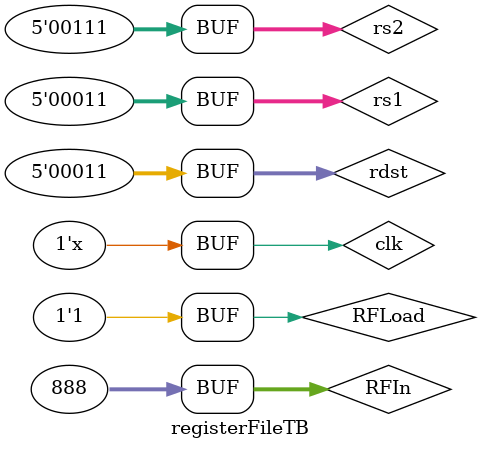
<source format=v>
`timescale 1ns / 1ps


module registerFileTB();
    
    reg clk, RFLoad;
    reg [4:0] rdst, rs1, rs2;
    reg [31:0] RFIn;
    wire [31:0] rs1data, rs2data;
    
    RegisterFile RF ( 
    .clk(clk),
    .writeAddr(rdst),
    .readAddr1(rs1),
    .readAddr2(rs2),
    .writeEn(RFLoad),
    .writeData(RFIn),
    .readData1(rs1data),
    .readData2(rs2data)
    );
    
    initial begin
        clk = 1;
        rs1 = 5'd3;
        rs2 = 5'd12;
        RFIn = 32'd28;
        RFLoad = 1'b1;
        rdst = 5'd3;
        #10
        RFIn = 32'd28;
        RFLoad = 1'b1;
        rdst = 5'd3;
        #50
        rdst = 5'd12;
        RFIn = 32'd20;
        #50
        rdst = 5'd7;
        RFIn = 32'd111;
        #50
        RFLoad = 1'b0;
        rdst = 5'd3;
        RFIn = 32'd888;
        #50
        RFLoad = 1'b1;
        #50
        rs2 = 5'd7;
        
    end

always #7 clk = clk + 1'b1;

endmodule
</source>
